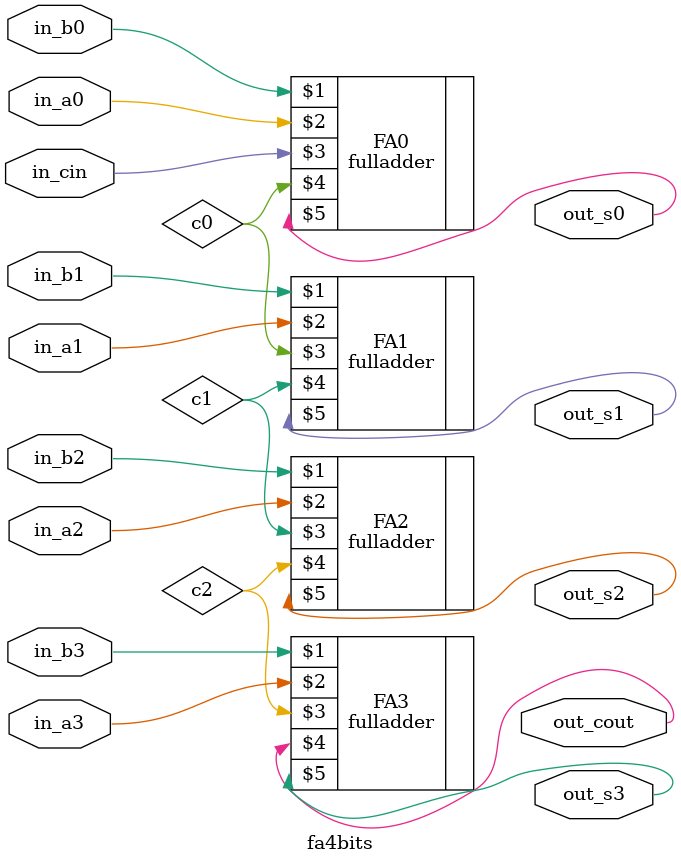
<source format=v>
module fa4bits (
	// Inputs and output ports;  9 in, 5 out
  input in_b0,in_a0,in_b1,in_a1,in_b2,in_a2,in_b3,in_a3,in_cin,
  output out_s0,out_s1,out_s2,out_s3,out_cout
);
	
//Signal Declaration
wire c0,c1,c2;
//~ wire w0,w1,w2,w3;

//~ xor x0(w0,in_b0,in_cin);
//~ xor x1(w1,in_b1,in_cin);
//~ xor x2(w2,in_b2,in_cin);
//~ xor x3(w3,in_b3,in_cin);

//submodule	
fulladder FA0(in_b0,in_a0,in_cin,c0,out_s0);
fulladder FA1(in_b1,in_a1,c0,c1,out_s1);
fulladder FA2(in_b2,in_a2,c1,c2,out_s2);
fulladder FA3(in_b3,in_a3,c2,out_cout,out_s3);

//define si el resultado esta expresado en su forma de segundo complemento, es decir si la salida es negativa.
//~ assign out_is2complmt = ~ out_cout & in_cin ;
	
endmodule

</source>
